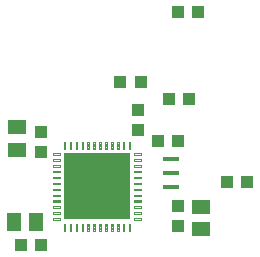
<source format=gbr>
G04 EAGLE Gerber RS-274X export*
G75*
%MOMM*%
%FSLAX34Y34*%
%LPD*%
%INSolderpaste Bottom*%
%IPPOS*%
%AMOC8*
5,1,8,0,0,1.08239X$1,22.5*%
G01*
%ADD10R,1.100000X1.000000*%
%ADD11R,1.500000X1.300000*%
%ADD12C,0.124994*%
%ADD13R,5.699988X5.699988*%
%ADD14R,1.399997X0.400000*%
%ADD15R,1.000000X1.100000*%
%ADD16R,1.300000X1.500000*%


D10*
X429650Y335879D03*
X446650Y335879D03*
D11*
X407748Y296190D03*
X407748Y315190D03*
D12*
X351157Y359107D02*
X351157Y360357D01*
X356907Y360357D01*
X356907Y359107D01*
X351157Y359107D01*
X351157Y360294D02*
X356907Y360294D01*
X351157Y355357D02*
X351157Y354107D01*
X351157Y355357D02*
X356907Y355357D01*
X356907Y354107D01*
X351157Y354107D01*
X351157Y355294D02*
X356907Y355294D01*
X351157Y350357D02*
X351157Y349107D01*
X351157Y350357D02*
X356907Y350357D01*
X356907Y349107D01*
X351157Y349107D01*
X351157Y350294D02*
X356907Y350294D01*
X351157Y345357D02*
X351157Y344107D01*
X351157Y345357D02*
X356907Y345357D01*
X356907Y344107D01*
X351157Y344107D01*
X351157Y345294D02*
X356907Y345294D01*
X351157Y340357D02*
X351157Y339107D01*
X351157Y340357D02*
X356907Y340357D01*
X356907Y339107D01*
X351157Y339107D01*
X351157Y340294D02*
X356907Y340294D01*
X351157Y335357D02*
X351157Y334107D01*
X351157Y335357D02*
X356907Y335357D01*
X356907Y334107D01*
X351157Y334107D01*
X351157Y335294D02*
X356907Y335294D01*
X351157Y330357D02*
X351157Y329107D01*
X351157Y330357D02*
X356907Y330357D01*
X356907Y329107D01*
X351157Y329107D01*
X351157Y330294D02*
X356907Y330294D01*
X351157Y325357D02*
X351157Y324107D01*
X351157Y325357D02*
X356907Y325357D01*
X356907Y324107D01*
X351157Y324107D01*
X351157Y325294D02*
X356907Y325294D01*
X351157Y320357D02*
X351157Y319107D01*
X351157Y320357D02*
X356907Y320357D01*
X356907Y319107D01*
X351157Y319107D01*
X351157Y320294D02*
X356907Y320294D01*
X351157Y315357D02*
X351157Y314107D01*
X351157Y315357D02*
X356907Y315357D01*
X356907Y314107D01*
X351157Y314107D01*
X351157Y315294D02*
X356907Y315294D01*
X351157Y310357D02*
X351157Y309107D01*
X351157Y310357D02*
X356907Y310357D01*
X356907Y309107D01*
X351157Y309107D01*
X351157Y310294D02*
X356907Y310294D01*
X351157Y305357D02*
X351157Y304107D01*
X351157Y305357D02*
X356907Y305357D01*
X356907Y304107D01*
X351157Y304107D01*
X351157Y305294D02*
X356907Y305294D01*
X347657Y300607D02*
X346407Y300607D01*
X347657Y300607D02*
X347657Y294857D01*
X346407Y294857D01*
X346407Y300607D01*
X346407Y296044D02*
X347657Y296044D01*
X347657Y297231D02*
X346407Y297231D01*
X346407Y298418D02*
X347657Y298418D01*
X347657Y299605D02*
X346407Y299605D01*
X342657Y300607D02*
X341407Y300607D01*
X342657Y300607D02*
X342657Y294857D01*
X341407Y294857D01*
X341407Y300607D01*
X341407Y296044D02*
X342657Y296044D01*
X342657Y297231D02*
X341407Y297231D01*
X341407Y298418D02*
X342657Y298418D01*
X342657Y299605D02*
X341407Y299605D01*
X337657Y300607D02*
X336407Y300607D01*
X337657Y300607D02*
X337657Y294857D01*
X336407Y294857D01*
X336407Y300607D01*
X336407Y296044D02*
X337657Y296044D01*
X337657Y297231D02*
X336407Y297231D01*
X336407Y298418D02*
X337657Y298418D01*
X337657Y299605D02*
X336407Y299605D01*
X332657Y300607D02*
X331407Y300607D01*
X332657Y300607D02*
X332657Y294857D01*
X331407Y294857D01*
X331407Y300607D01*
X331407Y296044D02*
X332657Y296044D01*
X332657Y297231D02*
X331407Y297231D01*
X331407Y298418D02*
X332657Y298418D01*
X332657Y299605D02*
X331407Y299605D01*
X327657Y300607D02*
X326407Y300607D01*
X327657Y300607D02*
X327657Y294857D01*
X326407Y294857D01*
X326407Y300607D01*
X326407Y296044D02*
X327657Y296044D01*
X327657Y297231D02*
X326407Y297231D01*
X326407Y298418D02*
X327657Y298418D01*
X327657Y299605D02*
X326407Y299605D01*
X322657Y300607D02*
X321407Y300607D01*
X322657Y300607D02*
X322657Y294857D01*
X321407Y294857D01*
X321407Y300607D01*
X321407Y296044D02*
X322657Y296044D01*
X322657Y297231D02*
X321407Y297231D01*
X321407Y298418D02*
X322657Y298418D01*
X322657Y299605D02*
X321407Y299605D01*
X317657Y300607D02*
X316407Y300607D01*
X317657Y300607D02*
X317657Y294857D01*
X316407Y294857D01*
X316407Y300607D01*
X316407Y296044D02*
X317657Y296044D01*
X317657Y297231D02*
X316407Y297231D01*
X316407Y298418D02*
X317657Y298418D01*
X317657Y299605D02*
X316407Y299605D01*
X312657Y300607D02*
X311407Y300607D01*
X312657Y300607D02*
X312657Y294857D01*
X311407Y294857D01*
X311407Y300607D01*
X311407Y296044D02*
X312657Y296044D01*
X312657Y297231D02*
X311407Y297231D01*
X311407Y298418D02*
X312657Y298418D01*
X312657Y299605D02*
X311407Y299605D01*
X307657Y300607D02*
X306407Y300607D01*
X307657Y300607D02*
X307657Y294857D01*
X306407Y294857D01*
X306407Y300607D01*
X306407Y296044D02*
X307657Y296044D01*
X307657Y297231D02*
X306407Y297231D01*
X306407Y298418D02*
X307657Y298418D01*
X307657Y299605D02*
X306407Y299605D01*
X302657Y300607D02*
X301407Y300607D01*
X302657Y300607D02*
X302657Y294857D01*
X301407Y294857D01*
X301407Y300607D01*
X301407Y296044D02*
X302657Y296044D01*
X302657Y297231D02*
X301407Y297231D01*
X301407Y298418D02*
X302657Y298418D01*
X302657Y299605D02*
X301407Y299605D01*
X297657Y300607D02*
X296407Y300607D01*
X297657Y300607D02*
X297657Y294857D01*
X296407Y294857D01*
X296407Y300607D01*
X296407Y296044D02*
X297657Y296044D01*
X297657Y297231D02*
X296407Y297231D01*
X296407Y298418D02*
X297657Y298418D01*
X297657Y299605D02*
X296407Y299605D01*
X292657Y300607D02*
X291407Y300607D01*
X292657Y300607D02*
X292657Y294857D01*
X291407Y294857D01*
X291407Y300607D01*
X291407Y296044D02*
X292657Y296044D01*
X292657Y297231D02*
X291407Y297231D01*
X291407Y298418D02*
X292657Y298418D01*
X292657Y299605D02*
X291407Y299605D01*
X287907Y304107D02*
X287907Y305357D01*
X287907Y304107D02*
X282157Y304107D01*
X282157Y305357D01*
X287907Y305357D01*
X287907Y305294D02*
X282157Y305294D01*
X287907Y309107D02*
X287907Y310357D01*
X287907Y309107D02*
X282157Y309107D01*
X282157Y310357D01*
X287907Y310357D01*
X287907Y310294D02*
X282157Y310294D01*
X287907Y314107D02*
X287907Y315357D01*
X287907Y314107D02*
X282157Y314107D01*
X282157Y315357D01*
X287907Y315357D01*
X287907Y315294D02*
X282157Y315294D01*
X287907Y319107D02*
X287907Y320357D01*
X287907Y319107D02*
X282157Y319107D01*
X282157Y320357D01*
X287907Y320357D01*
X287907Y320294D02*
X282157Y320294D01*
X287907Y324107D02*
X287907Y325357D01*
X287907Y324107D02*
X282157Y324107D01*
X282157Y325357D01*
X287907Y325357D01*
X287907Y325294D02*
X282157Y325294D01*
X287907Y329107D02*
X287907Y330357D01*
X287907Y329107D02*
X282157Y329107D01*
X282157Y330357D01*
X287907Y330357D01*
X287907Y330294D02*
X282157Y330294D01*
X287907Y334107D02*
X287907Y335357D01*
X287907Y334107D02*
X282157Y334107D01*
X282157Y335357D01*
X287907Y335357D01*
X287907Y335294D02*
X282157Y335294D01*
X287907Y339107D02*
X287907Y340357D01*
X287907Y339107D02*
X282157Y339107D01*
X282157Y340357D01*
X287907Y340357D01*
X287907Y340294D02*
X282157Y340294D01*
X287907Y344107D02*
X287907Y345357D01*
X287907Y344107D02*
X282157Y344107D01*
X282157Y345357D01*
X287907Y345357D01*
X287907Y345294D02*
X282157Y345294D01*
X287907Y349107D02*
X287907Y350357D01*
X287907Y349107D02*
X282157Y349107D01*
X282157Y350357D01*
X287907Y350357D01*
X287907Y350294D02*
X282157Y350294D01*
X287907Y354107D02*
X287907Y355357D01*
X287907Y354107D02*
X282157Y354107D01*
X282157Y355357D01*
X287907Y355357D01*
X287907Y355294D02*
X282157Y355294D01*
X287907Y359107D02*
X287907Y360357D01*
X287907Y359107D02*
X282157Y359107D01*
X282157Y360357D01*
X287907Y360357D01*
X287907Y360294D02*
X282157Y360294D01*
X291407Y363857D02*
X292657Y363857D01*
X291407Y363857D02*
X291407Y369607D01*
X292657Y369607D01*
X292657Y363857D01*
X292657Y365044D02*
X291407Y365044D01*
X291407Y366231D02*
X292657Y366231D01*
X292657Y367418D02*
X291407Y367418D01*
X291407Y368605D02*
X292657Y368605D01*
X296407Y363857D02*
X297657Y363857D01*
X296407Y363857D02*
X296407Y369607D01*
X297657Y369607D01*
X297657Y363857D01*
X297657Y365044D02*
X296407Y365044D01*
X296407Y366231D02*
X297657Y366231D01*
X297657Y367418D02*
X296407Y367418D01*
X296407Y368605D02*
X297657Y368605D01*
X301407Y363857D02*
X302657Y363857D01*
X301407Y363857D02*
X301407Y369607D01*
X302657Y369607D01*
X302657Y363857D01*
X302657Y365044D02*
X301407Y365044D01*
X301407Y366231D02*
X302657Y366231D01*
X302657Y367418D02*
X301407Y367418D01*
X301407Y368605D02*
X302657Y368605D01*
X306407Y363857D02*
X307657Y363857D01*
X306407Y363857D02*
X306407Y369607D01*
X307657Y369607D01*
X307657Y363857D01*
X307657Y365044D02*
X306407Y365044D01*
X306407Y366231D02*
X307657Y366231D01*
X307657Y367418D02*
X306407Y367418D01*
X306407Y368605D02*
X307657Y368605D01*
X311407Y363857D02*
X312657Y363857D01*
X311407Y363857D02*
X311407Y369607D01*
X312657Y369607D01*
X312657Y363857D01*
X312657Y365044D02*
X311407Y365044D01*
X311407Y366231D02*
X312657Y366231D01*
X312657Y367418D02*
X311407Y367418D01*
X311407Y368605D02*
X312657Y368605D01*
X316407Y363857D02*
X317657Y363857D01*
X316407Y363857D02*
X316407Y369607D01*
X317657Y369607D01*
X317657Y363857D01*
X317657Y365044D02*
X316407Y365044D01*
X316407Y366231D02*
X317657Y366231D01*
X317657Y367418D02*
X316407Y367418D01*
X316407Y368605D02*
X317657Y368605D01*
X321407Y363857D02*
X322657Y363857D01*
X321407Y363857D02*
X321407Y369607D01*
X322657Y369607D01*
X322657Y363857D01*
X322657Y365044D02*
X321407Y365044D01*
X321407Y366231D02*
X322657Y366231D01*
X322657Y367418D02*
X321407Y367418D01*
X321407Y368605D02*
X322657Y368605D01*
X326407Y363857D02*
X327657Y363857D01*
X326407Y363857D02*
X326407Y369607D01*
X327657Y369607D01*
X327657Y363857D01*
X327657Y365044D02*
X326407Y365044D01*
X326407Y366231D02*
X327657Y366231D01*
X327657Y367418D02*
X326407Y367418D01*
X326407Y368605D02*
X327657Y368605D01*
X331407Y363857D02*
X332657Y363857D01*
X331407Y363857D02*
X331407Y369607D01*
X332657Y369607D01*
X332657Y363857D01*
X332657Y365044D02*
X331407Y365044D01*
X331407Y366231D02*
X332657Y366231D01*
X332657Y367418D02*
X331407Y367418D01*
X331407Y368605D02*
X332657Y368605D01*
X336407Y363857D02*
X337657Y363857D01*
X336407Y363857D02*
X336407Y369607D01*
X337657Y369607D01*
X337657Y363857D01*
X337657Y365044D02*
X336407Y365044D01*
X336407Y366231D02*
X337657Y366231D01*
X337657Y367418D02*
X336407Y367418D01*
X336407Y368605D02*
X337657Y368605D01*
X341407Y363857D02*
X342657Y363857D01*
X341407Y363857D02*
X341407Y369607D01*
X342657Y369607D01*
X342657Y363857D01*
X342657Y365044D02*
X341407Y365044D01*
X341407Y366231D02*
X342657Y366231D01*
X342657Y367418D02*
X341407Y367418D01*
X341407Y368605D02*
X342657Y368605D01*
X346407Y363857D02*
X347657Y363857D01*
X346407Y363857D02*
X346407Y369607D01*
X347657Y369607D01*
X347657Y363857D01*
X347657Y365044D02*
X346407Y365044D01*
X346407Y366231D02*
X347657Y366231D01*
X347657Y367418D02*
X346407Y367418D01*
X346407Y368605D02*
X347657Y368605D01*
D13*
X319532Y332232D03*
D14*
X382456Y355662D03*
X382456Y343662D03*
X382456Y331662D03*
D15*
X339300Y420624D03*
X356300Y420624D03*
D11*
X251714Y382433D03*
X251714Y363433D03*
D16*
X268072Y302006D03*
X249072Y302006D03*
D15*
X388366Y298486D03*
X388366Y315486D03*
X272034Y378578D03*
X272034Y361578D03*
D10*
X271898Y282702D03*
X254898Y282702D03*
D15*
X354584Y380120D03*
X354584Y397120D03*
D10*
X370722Y370840D03*
X387722Y370840D03*
X404740Y480060D03*
X387740Y480060D03*
D15*
X380120Y406400D03*
X397120Y406400D03*
M02*

</source>
